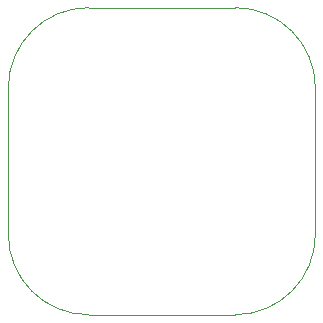
<source format=gbr>
%TF.GenerationSoftware,KiCad,Pcbnew,(6.0.10)*%
%TF.CreationDate,2023-01-10T11:00:29+01:00*%
%TF.ProjectId,Dice,44696365-2e6b-4696-9361-645f70636258,rev?*%
%TF.SameCoordinates,Original*%
%TF.FileFunction,Profile,NP*%
%FSLAX46Y46*%
G04 Gerber Fmt 4.6, Leading zero omitted, Abs format (unit mm)*
G04 Created by KiCad (PCBNEW (6.0.10)) date 2023-01-10 11:00:29*
%MOMM*%
%LPD*%
G01*
G04 APERTURE LIST*
%TA.AperFunction,Profile*%
%ADD10C,0.100000*%
%TD*%
G04 APERTURE END LIST*
D10*
X144800000Y-100300000D02*
X144800000Y-87900000D01*
X151600000Y-81100000D02*
X164000000Y-81100000D01*
X144800000Y-100300000D02*
G75*
G03*
X151600000Y-107100000I6800000J0D01*
G01*
X151600000Y-81100000D02*
G75*
G03*
X144800000Y-87900000I0J-6800000D01*
G01*
X170800000Y-87900000D02*
G75*
G03*
X164000000Y-81100000I-6800000J0D01*
G01*
X164000000Y-107100000D02*
G75*
G03*
X170800000Y-100300000I0J6800000D01*
G01*
X170800000Y-87900000D02*
X170800000Y-100300000D01*
X164000000Y-107100000D02*
X151600000Y-107100000D01*
M02*

</source>
